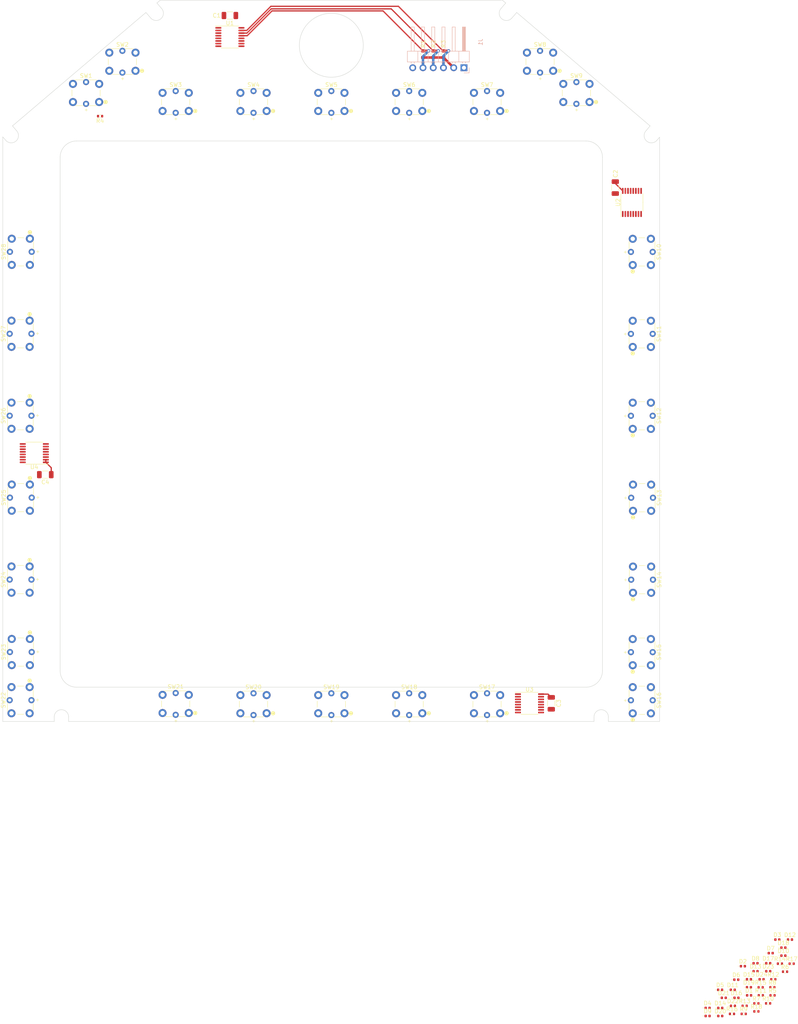
<source format=kicad_pcb>
(kicad_pcb (version 20171130) (host pcbnew "(5.1.9)-1")
  (layers (0 F.Cu signal) (31 B.Cu signal) (34 B.Paste user) (35 F.Paste user) (36 B.SilkS user) (37 F.SilkS user) (38 B.Mask user) (39 F.Mask user) (44 Edge.Cuts user))
  (net 0 "")
  (net 1 +5V)
  (net 2 SDA)
  (net 3 SCL)
  (net 4 IRQ)
  (net 5 GND)
  (net 6 "Net-(U2-Pad12)")
  (net 7 "Net-(U3-Pad12)")
  (net 8 "Net-(U4-Pad12)")
  (net 9 "Net-(D1-Pad1)")
  (net 10 "Net-(D10-Pad2)")
  (net 11 "Net-(U1-Pad12)")
  (net 12 VCC)
  (net 13 "Net-(D2-Pad1)")
  (net 14 "Net-(D3-Pad1)")
  (net 15 "Net-(D4-Pad1)")
  (net 16 "Net-(D5-Pad1)")
  (net 17 "Net-(D6-Pad1)")
  (net 18 "Net-(D7-Pad1)")
  (net 19 "Net-(D8-Pad1)")
  (net 20 "Net-(D10-Pad1)")
  (net 21 "Net-(D11-Pad1)")
  (net 22 "Net-(D12-Pad1)")
  (net 23 "Net-(D13-Pad1)")
  (net 24 "Net-(D14-Pad1)")
  (net 25 "Net-(D17-Pad1)")
  (net 26 "Net-(D18-Pad1)")
  (net 27 "Net-(D19-Pad1)")
  (net 28 "Net-(D20-Pad1)")
  (net 29 "Net-(D21-Pad1)")
  (net 30 "Net-(D22-Pad1)")
  (net 31 "Net-(D23-Pad1)")
  (net 32 "Net-(D24-Pad1)")
  (net 33 "Net-(R4-Pad2)")
  (net 34 "Net-(R5-Pad2)")
  (net 35 "Net-(R6-Pad2)")
  (net 36 "Net-(R7-Pad2)")
  (net 37 "Net-(R8-Pad2)")
  (net 38 "Net-(R9-Pad2)")
  (net 39 "Net-(R10-Pad2)")
  (net 40 "Net-(R11-Pad2)")
  (net 41 "Net-(SW1-Pad4)")
  (net 42 /U1P0)
  (net 43 /U1P1)
  (net 44 "Net-(SW2-Pad4)")
  (net 45 /U1P2)
  (net 46 /U1P3)
  (net 47 /U1P4)
  (net 48 /U2P0)
  (net 49 "Net-(SW6-Pad4)")
  (net 50 /U2P1)
  (net 51 /U2P2)
  (net 52 "Net-(SW10-Pad3)")
  (net 53 /U2P3)
  (net 54 /U2P4)
  (net 55 /U3P0)
  (net 56 /U3P1)
  (net 57 "Net-(SW12-Pad4)")
  (net 58 /U3P2)
  (net 59 /U3P3)
  (net 60 /U3P4)
  (net 61 "Net-(SW16-Pad4)")
  (net 62 /U4P0)
  (net 63 /U4P1)
  (net 64 "Net-(SW17-Pad4)")
  (net 65 /U4P2)
  (net 66 /U4P3)
  (net 67 "Net-(SW19-Pad4)")
  (net 68 /U4P4)
  (net 69 "Net-(D15-Pad1)")
  (net 70 "Net-(D16-Pad1)")
  (net 71 /U1P6)
  (net 72 /U1P5)
  (net 73 /U2P6)
  (net 74 /U2P5)
  (net 75 /U3P6)
  (net 76 /U3P5)
  (net 77 /U4P6)
  (net 78 /U4P5)
  (net 79 "Net-(SW3-Pad4)")
  (net 80 "Net-(SW5-Pad4)")
  (net 81 "Net-(SW8-Pad4)")
  (net 82 "Net-(SW10-Pad4)")
  (net 83 "Net-(SW13-Pad4)")
  (net 84 "Net-(SW15-Pad4)")
  (net 85 "Net-(SW20-Pad4)")
  (net 86 "Net-(SW22-Pad4)")
  (net 87 "Net-(SW23-Pad4)")
  (net 88 "Net-(SW24-Pad4)")
  (net 89 "Net-(SW26-Pad4)")
  (net 90 "Net-(SW27-Pad4)")
  (module Connector_PinHeader_2.54mm:PinHeader_1x06_P2.54mm_Horizontal (layer B.Cu) (at 253.610122 -216.87549 90)
    (fp_text reference J1 (at 6.35 4.12 270) (layer B.SilkS) (effects (justify mirror)))
    (fp_text value Conn_01x06)
    (pad 6 thru_hole oval (at 0 -12.7 90) (size 1.7 1.7) (drill 1) (layers *.Cu *.Mask) (net 5 GND))
    (pad 5 thru_hole oval (at 0 -10.16 90) (size 1.7 1.7) (drill 1) (layers *.Cu *.Mask) (net 4 IRQ))
    (pad 4 thru_hole oval (at 0 -7.62 90) (size 1.7 1.7) (drill 1) (layers *.Cu *.Mask) (net 3 SCL))
    (pad 3 thru_hole oval (at 0 -5.08 90) (size 1.7 1.7) (drill 1) (layers *.Cu *.Mask) (net 2 SDA))
    (pad 2 thru_hole oval (at 0 -2.54 90) (size 1.7 1.7) (drill 1) (layers *.Cu *.Mask) (net 1 +5V))
    (pad 1 thru_hole rect (at 0 0 90) (size 1.7 1.7) (drill 1) (layers *.Cu *.Mask) (net 12 VCC))
  )
  (module "KiCAD Libraries:TL1240GQ" (layer F.Cu) (at 141.469122 -167.98049 90)
    (fp_text reference SW28 (at 3.25 -2 90) (layer F.SilkS))
    (fp_text value TL1240GQ)
    (fp_text user + (at 3.3 6.4 90) (layer F.SilkS) (effects (font (size 0.8 0.8) (thickness 0.12))))
    (pad 4 thru_hole circle (at 3.25 4.95 90) (size 1.524 1.524) (drill 0.762) (layers *.Cu *.Mask) (net 12 VCC))
    (pad 3 thru_hole circle (at 3.25 -0.45 90) (size 1.524 1.524) (drill 0.762) (layers *.Cu *.Mask) (net 90 "Net-(SW27-Pad4)"))
    (pad 2 thru_hole circle (at 6.5 0 180) (size 2 2) (drill 1.1) (layers *.Cu *.Mask) (net 5 GND))
    (pad 1 thru_hole circle (at 6.5 4.5 180) (size 2 2) (drill 1.1) (layers *.Cu *.Mask) (net 77 /U4P6))
    (pad 2 thru_hole circle (at 0 0 180) (size 2 2) (drill 1.1) (layers *.Cu *.Mask) (net 5 GND))
    (pad 1 thru_hole circle (at 0 4.5 180) (size 2 2) (drill 1.1) (layers *.Cu *.Mask) (net 77 /U4P6))
  )
  (module "KiCAD Libraries:TL1240GQ" (layer F.Cu) (at 141.405622 -147.66049 90)
    (fp_text reference SW27 (at 3.25 -2 90) (layer F.SilkS))
    (fp_text value TL1240GQ)
    (fp_text user + (at 3.3 6.4 90) (layer F.SilkS) (effects (font (size 0.8 0.8) (thickness 0.12))))
    (pad 4 thru_hole circle (at 3.25 4.95 90) (size 1.524 1.524) (drill 0.762) (layers *.Cu *.Mask) (net 90 "Net-(SW27-Pad4)"))
    (pad 3 thru_hole circle (at 3.25 -0.45 90) (size 1.524 1.524) (drill 0.762) (layers *.Cu *.Mask) (net 89 "Net-(SW26-Pad4)"))
    (pad 2 thru_hole circle (at 6.5 0 180) (size 2 2) (drill 1.1) (layers *.Cu *.Mask) (net 5 GND))
    (pad 1 thru_hole circle (at 6.5 4.5 180) (size 2 2) (drill 1.1) (layers *.Cu *.Mask) (net 78 /U4P5))
    (pad 2 thru_hole circle (at 0 0 180) (size 2 2) (drill 1.1) (layers *.Cu *.Mask) (net 5 GND))
    (pad 1 thru_hole circle (at 0 4.5 180) (size 2 2) (drill 1.1) (layers *.Cu *.Mask) (net 78 /U4P5))
  )
  (module "KiCAD Libraries:TL1240GQ" (layer F.Cu) (at 141.405622 -127.34049 90)
    (fp_text reference SW26 (at 3.25 -2 90) (layer F.SilkS))
    (fp_text value TL1240GQ)
    (fp_text user + (at 3.3 6.4 90) (layer F.SilkS) (effects (font (size 0.8 0.8) (thickness 0.12))))
    (pad 4 thru_hole circle (at 3.25 4.95 90) (size 1.524 1.524) (drill 0.762) (layers *.Cu *.Mask) (net 89 "Net-(SW26-Pad4)"))
    (pad 3 thru_hole circle (at 3.25 -0.45 90) (size 1.524 1.524) (drill 0.762) (layers *.Cu *.Mask) (net 40 "Net-(R11-Pad2)"))
    (pad 2 thru_hole circle (at 6.5 0 180) (size 2 2) (drill 1.1) (layers *.Cu *.Mask) (net 5 GND))
    (pad 1 thru_hole circle (at 6.5 4.5 180) (size 2 2) (drill 1.1) (layers *.Cu *.Mask) (net 68 /U4P4))
    (pad 2 thru_hole circle (at 0 0 180) (size 2 2) (drill 1.1) (layers *.Cu *.Mask) (net 5 GND))
    (pad 1 thru_hole circle (at 0 4.5 180) (size 2 2) (drill 1.1) (layers *.Cu *.Mask) (net 68 /U4P4))
  )
  (module "KiCAD Libraries:TL1240GQ" (layer F.Cu) (at 141.469122 -107.02049 90)
    (fp_text reference SW25 (at 3.25 -2 90) (layer F.SilkS))
    (fp_text value TL1240GQ)
    (fp_text user + (at 3.3 6.4 90) (layer F.SilkS) (effects (font (size 0.8 0.8) (thickness 0.12))))
    (pad 4 thru_hole circle (at 3.25 4.95 90) (size 1.524 1.524) (drill 0.762) (layers *.Cu *.Mask) (net 12 VCC))
    (pad 3 thru_hole circle (at 3.25 -0.45 90) (size 1.524 1.524) (drill 0.762) (layers *.Cu *.Mask) (net 88 "Net-(SW24-Pad4)"))
    (pad 2 thru_hole circle (at 6.5 0 180) (size 2 2) (drill 1.1) (layers *.Cu *.Mask) (net 5 GND))
    (pad 1 thru_hole circle (at 6.5 4.5 180) (size 2 2) (drill 1.1) (layers *.Cu *.Mask) (net 66 /U4P3))
    (pad 2 thru_hole circle (at 0 0 180) (size 2 2) (drill 1.1) (layers *.Cu *.Mask) (net 5 GND))
    (pad 1 thru_hole circle (at 0 4.5 180) (size 2 2) (drill 1.1) (layers *.Cu *.Mask) (net 66 /U4P3))
  )
  (module "KiCAD Libraries:TL1240GQ" (layer F.Cu) (at 141.405622 -86.70049 90)
    (fp_text reference SW24 (at 3.25 -2 90) (layer F.SilkS))
    (fp_text value TL1240GQ)
    (fp_text user + (at 3.3 6.4 90) (layer F.SilkS) (effects (font (size 0.8 0.8) (thickness 0.12))))
    (pad 4 thru_hole circle (at 3.25 4.95 90) (size 1.524 1.524) (drill 0.762) (layers *.Cu *.Mask) (net 88 "Net-(SW24-Pad4)"))
    (pad 3 thru_hole circle (at 3.25 -0.45 90) (size 1.524 1.524) (drill 0.762) (layers *.Cu *.Mask) (net 87 "Net-(SW23-Pad4)"))
    (pad 2 thru_hole circle (at 6.5 0 180) (size 2 2) (drill 1.1) (layers *.Cu *.Mask) (net 5 GND))
    (pad 1 thru_hole circle (at 6.5 4.5 180) (size 2 2) (drill 1.1) (layers *.Cu *.Mask) (net 65 /U4P2))
    (pad 2 thru_hole circle (at 0 0 180) (size 2 2) (drill 1.1) (layers *.Cu *.Mask) (net 5 GND))
    (pad 1 thru_hole circle (at 0 4.5 180) (size 2 2) (drill 1.1) (layers *.Cu *.Mask) (net 65 /U4P2))
  )
  (module "KiCAD Libraries:TL1240GQ" (layer F.Cu) (at 141.469122 -68.72999 90)
    (fp_text reference SW23 (at 3.25 -2 90) (layer F.SilkS))
    (fp_text value TL1240GQ)
    (fp_text user + (at 3.3 6.4 90) (layer F.SilkS) (effects (font (size 0.8 0.8) (thickness 0.12))))
    (pad 4 thru_hole circle (at 3.25 4.95 90) (size 1.524 1.524) (drill 0.762) (layers *.Cu *.Mask) (net 87 "Net-(SW23-Pad4)"))
    (pad 3 thru_hole circle (at 3.25 -0.45 90) (size 1.524 1.524) (drill 0.762) (layers *.Cu *.Mask) (net 86 "Net-(SW22-Pad4)"))
    (pad 2 thru_hole circle (at 6.5 0 180) (size 2 2) (drill 1.1) (layers *.Cu *.Mask) (net 5 GND))
    (pad 1 thru_hole circle (at 6.5 4.5 180) (size 2 2) (drill 1.1) (layers *.Cu *.Mask) (net 63 /U4P1))
    (pad 2 thru_hole circle (at 0 0 180) (size 2 2) (drill 1.1) (layers *.Cu *.Mask) (net 5 GND))
    (pad 1 thru_hole circle (at 0 4.5 180) (size 2 2) (drill 1.1) (layers *.Cu *.Mask) (net 63 /U4P1))
  )
  (module "KiCAD Libraries:TL1240GQ" (layer F.Cu) (at 141.405622 -56.79199 90)
    (fp_text reference SW22 (at 3.25 -2 90) (layer F.SilkS))
    (fp_text value TL1240GQ)
    (fp_text user + (at 3.3 6.4 90) (layer F.SilkS) (effects (font (size 0.8 0.8) (thickness 0.12))))
    (pad 4 thru_hole circle (at 3.25 4.95 90) (size 1.524 1.524) (drill 0.762) (layers *.Cu *.Mask) (net 86 "Net-(SW22-Pad4)"))
    (pad 3 thru_hole circle (at 3.25 -0.45 90) (size 1.524 1.524) (drill 0.762) (layers *.Cu *.Mask) (net 39 "Net-(R10-Pad2)"))
    (pad 2 thru_hole circle (at 6.5 0 180) (size 2 2) (drill 1.1) (layers *.Cu *.Mask) (net 5 GND))
    (pad 1 thru_hole circle (at 6.5 4.5 180) (size 2 2) (drill 1.1) (layers *.Cu *.Mask) (net 62 /U4P0))
    (pad 2 thru_hole circle (at 0 0 180) (size 2 2) (drill 1.1) (layers *.Cu *.Mask) (net 5 GND))
    (pad 1 thru_hole circle (at 0 4.5 180) (size 2 2) (drill 1.1) (layers *.Cu *.Mask) (net 62 /U4P0))
  )
  (module "KiCAD Libraries:TL1240GQ" (layer F.Cu) (at 178.870622 -61.36399)
    (fp_text reference SW21 (at 3.25 -2) (layer F.SilkS))
    (fp_text value TL1240GQ)
    (fp_text user + (at 3.3 6.4) (layer F.SilkS) (effects (font (size 0.8 0.8) (thickness 0.12))))
    (pad 4 thru_hole circle (at 3.25 4.95) (size 1.524 1.524) (drill 0.762) (layers *.Cu *.Mask) (net 12 VCC))
    (pad 3 thru_hole circle (at 3.25 -0.45) (size 1.524 1.524) (drill 0.762) (layers *.Cu *.Mask) (net 85 "Net-(SW20-Pad4)"))
    (pad 2 thru_hole circle (at 6.5 0 90) (size 2 2) (drill 1.1) (layers *.Cu *.Mask) (net 5 GND))
    (pad 1 thru_hole circle (at 6.5 4.5 90) (size 2 2) (drill 1.1) (layers *.Cu *.Mask) (net 75 /U3P6))
    (pad 2 thru_hole circle (at 0 0 90) (size 2 2) (drill 1.1) (layers *.Cu *.Mask) (net 5 GND))
    (pad 1 thru_hole circle (at 0 4.5 90) (size 2 2) (drill 1.1) (layers *.Cu *.Mask) (net 75 /U3P6))
  )
  (module "KiCAD Libraries:TL1240GQ" (layer F.Cu) (at 198.174622 -61.30049)
    (fp_text reference SW20 (at 3.25 -2) (layer F.SilkS))
    (fp_text value TL1240GQ)
    (fp_text user + (at 3.3 6.4) (layer F.SilkS) (effects (font (size 0.8 0.8) (thickness 0.12))))
    (pad 4 thru_hole circle (at 3.25 4.95) (size 1.524 1.524) (drill 0.762) (layers *.Cu *.Mask) (net 85 "Net-(SW20-Pad4)"))
    (pad 3 thru_hole circle (at 3.25 -0.45) (size 1.524 1.524) (drill 0.762) (layers *.Cu *.Mask) (net 67 "Net-(SW19-Pad4)"))
    (pad 2 thru_hole circle (at 6.5 0 90) (size 2 2) (drill 1.1) (layers *.Cu *.Mask) (net 5 GND))
    (pad 1 thru_hole circle (at 6.5 4.5 90) (size 2 2) (drill 1.1) (layers *.Cu *.Mask) (net 76 /U3P5))
    (pad 2 thru_hole circle (at 0 0 90) (size 2 2) (drill 1.1) (layers *.Cu *.Mask) (net 5 GND))
    (pad 1 thru_hole circle (at 0 4.5 90) (size 2 2) (drill 1.1) (layers *.Cu *.Mask) (net 76 /U3P5))
  )
  (module "KiCAD Libraries:TL1240GQ" (layer F.Cu) (at 217.478622 -61.30049)
    (fp_text reference SW19 (at 3.25 -2) (layer F.SilkS))
    (fp_text value TL1240GQ)
    (fp_text user + (at 3.3 6.4) (layer F.SilkS) (effects (font (size 0.8 0.8) (thickness 0.12))))
    (pad 4 thru_hole circle (at 3.25 4.95) (size 1.524 1.524) (drill 0.762) (layers *.Cu *.Mask) (net 67 "Net-(SW19-Pad4)"))
    (pad 3 thru_hole circle (at 3.25 -0.45) (size 1.524 1.524) (drill 0.762) (layers *.Cu *.Mask) (net 38 "Net-(R9-Pad2)"))
    (pad 2 thru_hole circle (at 6.5 0 90) (size 2 2) (drill 1.1) (layers *.Cu *.Mask) (net 5 GND))
    (pad 1 thru_hole circle (at 6.5 4.5 90) (size 2 2) (drill 1.1) (layers *.Cu *.Mask) (net 60 /U3P4))
    (pad 2 thru_hole circle (at 0 0 90) (size 2 2) (drill 1.1) (layers *.Cu *.Mask) (net 5 GND))
    (pad 1 thru_hole circle (at 0 4.5 90) (size 2 2) (drill 1.1) (layers *.Cu *.Mask) (net 60 /U3P4))
  )
  (module "KiCAD Libraries:TL1240GQ" (layer F.Cu) (at 236.782622 -61.30049)
    (fp_text reference SW18 (at 3.25 -2) (layer F.SilkS))
    (fp_text value TL1240GQ)
    (fp_text user + (at 3.3 6.4) (layer F.SilkS) (effects (font (size 0.8 0.8) (thickness 0.12))))
    (pad 4 thru_hole circle (at 3.25 4.95) (size 1.524 1.524) (drill 0.762) (layers *.Cu *.Mask) (net 12 VCC))
    (pad 3 thru_hole circle (at 3.25 -0.45) (size 1.524 1.524) (drill 0.762) (layers *.Cu *.Mask) (net 64 "Net-(SW17-Pad4)"))
    (pad 2 thru_hole circle (at 6.5 0 90) (size 2 2) (drill 1.1) (layers *.Cu *.Mask) (net 5 GND))
    (pad 1 thru_hole circle (at 6.5 4.5 90) (size 2 2) (drill 1.1) (layers *.Cu *.Mask) (net 59 /U3P3))
    (pad 2 thru_hole circle (at 0 0 90) (size 2 2) (drill 1.1) (layers *.Cu *.Mask) (net 5 GND))
    (pad 1 thru_hole circle (at 0 4.5 90) (size 2 2) (drill 1.1) (layers *.Cu *.Mask) (net 59 /U3P3))
  )
  (module "KiCAD Libraries:TL1240GQ" (layer F.Cu) (at 256.086622 -61.30049)
    (fp_text reference SW17 (at 3.25 -2) (layer F.SilkS))
    (fp_text value TL1240GQ)
    (fp_text user + (at 3.3 6.4) (layer F.SilkS) (effects (font (size 0.8 0.8) (thickness 0.12))))
    (pad 4 thru_hole circle (at 3.25 4.95) (size 1.524 1.524) (drill 0.762) (layers *.Cu *.Mask) (net 64 "Net-(SW17-Pad4)"))
    (pad 3 thru_hole circle (at 3.25 -0.45) (size 1.524 1.524) (drill 0.762) (layers *.Cu *.Mask) (net 61 "Net-(SW16-Pad4)"))
    (pad 2 thru_hole circle (at 6.5 0 90) (size 2 2) (drill 1.1) (layers *.Cu *.Mask) (net 5 GND))
    (pad 1 thru_hole circle (at 6.5 4.5 90) (size 2 2) (drill 1.1) (layers *.Cu *.Mask) (net 58 /U3P2))
    (pad 2 thru_hole circle (at 0 0 90) (size 2 2) (drill 1.1) (layers *.Cu *.Mask) (net 5 GND))
    (pad 1 thru_hole circle (at 0 4.5 90) (size 2 2) (drill 1.1) (layers *.Cu *.Mask) (net 58 /U3P2))
  )
  (module "KiCAD Libraries:TL1240GQ" (layer F.Cu) (at 299.965122 -63.26899 270)
    (fp_text reference SW16 (at 3.25 -2 90) (layer F.SilkS))
    (fp_text value TL1240GQ)
    (fp_text user + (at 3.3 6.4 90) (layer F.SilkS) (effects (font (size 0.8 0.8) (thickness 0.12))))
    (pad 4 thru_hole circle (at 3.25 4.95 270) (size 1.524 1.524) (drill 0.762) (layers *.Cu *.Mask) (net 61 "Net-(SW16-Pad4)"))
    (pad 3 thru_hole circle (at 3.25 -0.45 270) (size 1.524 1.524) (drill 0.762) (layers *.Cu *.Mask) (net 84 "Net-(SW15-Pad4)"))
    (pad 2 thru_hole circle (at 6.5 0) (size 2 2) (drill 1.1) (layers *.Cu *.Mask) (net 5 GND))
    (pad 1 thru_hole circle (at 6.5 4.5) (size 2 2) (drill 1.1) (layers *.Cu *.Mask) (net 56 /U3P1))
    (pad 2 thru_hole circle (at 0 0) (size 2 2) (drill 1.1) (layers *.Cu *.Mask) (net 5 GND))
    (pad 1 thru_hole circle (at 0 4.5) (size 2 2) (drill 1.1) (layers *.Cu *.Mask) (net 56 /U3P1))
  )
  (module "KiCAD Libraries:TL1240GQ" (layer F.Cu) (at 299.965122 -75.20699 270)
    (fp_text reference SW15 (at 3.25 -2 90) (layer F.SilkS))
    (fp_text value TL1240GQ)
    (fp_text user + (at 3.3 6.4 90) (layer F.SilkS) (effects (font (size 0.8 0.8) (thickness 0.12))))
    (pad 4 thru_hole circle (at 3.25 4.95 270) (size 1.524 1.524) (drill 0.762) (layers *.Cu *.Mask) (net 84 "Net-(SW15-Pad4)"))
    (pad 3 thru_hole circle (at 3.25 -0.45 270) (size 1.524 1.524) (drill 0.762) (layers *.Cu *.Mask) (net 37 "Net-(R8-Pad2)"))
    (pad 2 thru_hole circle (at 6.5 0) (size 2 2) (drill 1.1) (layers *.Cu *.Mask) (net 5 GND))
    (pad 1 thru_hole circle (at 6.5 4.5) (size 2 2) (drill 1.1) (layers *.Cu *.Mask) (net 55 /U3P0))
    (pad 2 thru_hole circle (at 0 0) (size 2 2) (drill 1.1) (layers *.Cu *.Mask) (net 5 GND))
    (pad 1 thru_hole circle (at 0 4.5) (size 2 2) (drill 1.1) (layers *.Cu *.Mask) (net 55 /U3P0))
  )
  (module "KiCAD Libraries:TL1240GQ" (layer F.Cu) (at 300.028622 -93.17749 270)
    (fp_text reference SW14 (at 3.25 -2 90) (layer F.SilkS))
    (fp_text value TL1240GQ)
    (fp_text user + (at 3.3 6.4 90) (layer F.SilkS) (effects (font (size 0.8 0.8) (thickness 0.12))))
    (pad 4 thru_hole circle (at 3.25 4.95 270) (size 1.524 1.524) (drill 0.762) (layers *.Cu *.Mask) (net 12 VCC))
    (pad 3 thru_hole circle (at 3.25 -0.45 270) (size 1.524 1.524) (drill 0.762) (layers *.Cu *.Mask) (net 83 "Net-(SW13-Pad4)"))
    (pad 2 thru_hole circle (at 6.5 0) (size 2 2) (drill 1.1) (layers *.Cu *.Mask) (net 5 GND))
    (pad 1 thru_hole circle (at 6.5 4.5) (size 2 2) (drill 1.1) (layers *.Cu *.Mask) (net 73 /U2P6))
    (pad 2 thru_hole circle (at 0 0) (size 2 2) (drill 1.1) (layers *.Cu *.Mask) (net 5 GND))
    (pad 1 thru_hole circle (at 0 4.5) (size 2 2) (drill 1.1) (layers *.Cu *.Mask) (net 73 /U2P6))
  )
  (module "KiCAD Libraries:TL1240GQ" (layer F.Cu) (at 300.028622 -113.49749 270)
    (fp_text reference SW13 (at 3.25 -2 90) (layer F.SilkS))
    (fp_text value TL1240GQ)
    (fp_text user + (at 3.3 6.4 90) (layer F.SilkS) (effects (font (size 0.8 0.8) (thickness 0.12))))
    (pad 4 thru_hole circle (at 3.25 4.95 270) (size 1.524 1.524) (drill 0.762) (layers *.Cu *.Mask) (net 83 "Net-(SW13-Pad4)"))
    (pad 3 thru_hole circle (at 3.25 -0.45 270) (size 1.524 1.524) (drill 0.762) (layers *.Cu *.Mask) (net 57 "Net-(SW12-Pad4)"))
    (pad 2 thru_hole circle (at 6.5 0) (size 2 2) (drill 1.1) (layers *.Cu *.Mask) (net 5 GND))
    (pad 1 thru_hole circle (at 6.5 4.5) (size 2 2) (drill 1.1) (layers *.Cu *.Mask) (net 74 /U2P5))
    (pad 2 thru_hole circle (at 0 0) (size 2 2) (drill 1.1) (layers *.Cu *.Mask) (net 5 GND))
    (pad 1 thru_hole circle (at 0 4.5) (size 2 2) (drill 1.1) (layers *.Cu *.Mask) (net 74 /U2P5))
  )
  (module "KiCAD Libraries:TL1240GQ" (layer F.Cu) (at 299.965122 -133.81749 270)
    (fp_text reference SW12 (at 3.25 -2 90) (layer F.SilkS))
    (fp_text value TL1240GQ)
    (fp_text user + (at 3.3 6.4 90) (layer F.SilkS) (effects (font (size 0.8 0.8) (thickness 0.12))))
    (pad 4 thru_hole circle (at 3.25 4.95 270) (size 1.524 1.524) (drill 0.762) (layers *.Cu *.Mask) (net 57 "Net-(SW12-Pad4)"))
    (pad 3 thru_hole circle (at 3.25 -0.45 270) (size 1.524 1.524) (drill 0.762) (layers *.Cu *.Mask) (net 36 "Net-(R7-Pad2)"))
    (pad 2 thru_hole circle (at 6.5 0) (size 2 2) (drill 1.1) (layers *.Cu *.Mask) (net 5 GND))
    (pad 1 thru_hole circle (at 6.5 4.5) (size 2 2) (drill 1.1) (layers *.Cu *.Mask) (net 54 /U2P4))
    (pad 2 thru_hole circle (at 0 0) (size 2 2) (drill 1.1) (layers *.Cu *.Mask) (net 5 GND))
    (pad 1 thru_hole circle (at 0 4.5) (size 2 2) (drill 1.1) (layers *.Cu *.Mask) (net 54 /U2P4))
  )
  (module "KiCAD Libraries:TL1240GQ" (layer F.Cu) (at 299.965122 -154.13749 270)
    (fp_text reference SW11 (at 3.25 -2 90) (layer F.SilkS))
    (fp_text value TL1240GQ)
    (fp_text user + (at 3.3 6.4 90) (layer F.SilkS) (effects (font (size 0.8 0.8) (thickness 0.12))))
    (pad 4 thru_hole circle (at 3.25 4.95 270) (size 1.524 1.524) (drill 0.762) (layers *.Cu *.Mask) (net 12 VCC))
    (pad 3 thru_hole circle (at 3.25 -0.45 270) (size 1.524 1.524) (drill 0.762) (layers *.Cu *.Mask) (net 82 "Net-(SW10-Pad4)"))
    (pad 2 thru_hole circle (at 6.5 0) (size 2 2) (drill 1.1) (layers *.Cu *.Mask) (net 5 GND))
    (pad 1 thru_hole circle (at 6.5 4.5) (size 2 2) (drill 1.1) (layers *.Cu *.Mask) (net 53 /U2P3))
    (pad 2 thru_hole circle (at 0 0) (size 2 2) (drill 1.1) (layers *.Cu *.Mask) (net 5 GND))
    (pad 1 thru_hole circle (at 0 4.5) (size 2 2) (drill 1.1) (layers *.Cu *.Mask) (net 53 /U2P3))
  )
  (module "KiCAD Libraries:TL1240GQ" (layer F.Cu) (at 299.965122 -174.45749 270)
    (fp_text reference SW10 (at 3.25 -2 90) (layer F.SilkS))
    (fp_text value TL1240GQ)
    (fp_text user + (at 3.3 6.4 90) (layer F.SilkS) (effects (font (size 0.8 0.8) (thickness 0.12))))
    (pad 4 thru_hole circle (at 3.25 4.95 270) (size 1.524 1.524) (drill 0.762) (layers *.Cu *.Mask) (net 82 "Net-(SW10-Pad4)"))
    (pad 3 thru_hole circle (at 3.25 -0.45 270) (size 1.524 1.524) (drill 0.762) (layers *.Cu *.Mask) (net 52 "Net-(SW10-Pad3)"))
    (pad 2 thru_hole circle (at 6.5 0) (size 2 2) (drill 1.1) (layers *.Cu *.Mask) (net 5 GND))
    (pad 1 thru_hole circle (at 6.5 4.5) (size 2 2) (drill 1.1) (layers *.Cu *.Mask) (net 51 /U2P2))
    (pad 2 thru_hole circle (at 0 0) (size 2 2) (drill 1.1) (layers *.Cu *.Mask) (net 5 GND))
    (pad 1 thru_hole circle (at 0 4.5) (size 2 2) (drill 1.1) (layers *.Cu *.Mask) (net 51 /U2P2))
  )
  (module "KiCAD Libraries:TL1240GQ" (layer F.Cu) (at 278.248122 -212.87499)
    (fp_text reference SW9 (at 3.25 -2) (layer F.SilkS))
    (fp_text value TL1240GQ)
    (fp_text user + (at 3.3 6.4) (layer F.SilkS) (effects (font (size 0.8 0.8) (thickness 0.12))))
    (pad 4 thru_hole circle (at 3.25 4.95) (size 1.524 1.524) (drill 0.762) (layers *.Cu *.Mask) (net 52 "Net-(SW10-Pad3)"))
    (pad 3 thru_hole circle (at 3.25 -0.45) (size 1.524 1.524) (drill 0.762) (layers *.Cu *.Mask) (net 81 "Net-(SW8-Pad4)"))
    (pad 2 thru_hole circle (at 6.5 0 90) (size 2 2) (drill 1.1) (layers *.Cu *.Mask) (net 5 GND))
    (pad 1 thru_hole circle (at 6.5 4.5 90) (size 2 2) (drill 1.1) (layers *.Cu *.Mask) (net 50 /U2P1))
    (pad 2 thru_hole circle (at 0 0 90) (size 2 2) (drill 1.1) (layers *.Cu *.Mask) (net 5 GND))
    (pad 1 thru_hole circle (at 0 4.5 90) (size 2 2) (drill 1.1) (layers *.Cu *.Mask) (net 50 /U2P1))
  )
  (module "KiCAD Libraries:TL1240GQ" (layer F.Cu) (at 269.231122 -220.62199)
    (fp_text reference SW8 (at 3.25 -2) (layer F.SilkS))
    (fp_text value TL1240GQ)
    (fp_text user + (at 3.3 6.4) (layer F.SilkS) (effects (font (size 0.8 0.8) (thickness 0.12))))
    (pad 4 thru_hole circle (at 3.25 4.95) (size 1.524 1.524) (drill 0.762) (layers *.Cu *.Mask) (net 81 "Net-(SW8-Pad4)"))
    (pad 3 thru_hole circle (at 3.25 -0.45) (size 1.524 1.524) (drill 0.762) (layers *.Cu *.Mask) (net 35 "Net-(R6-Pad2)"))
    (pad 2 thru_hole circle (at 6.5 0 90) (size 2 2) (drill 1.1) (layers *.Cu *.Mask) (net 5 GND))
    (pad 1 thru_hole circle (at 6.5 4.5 90) (size 2 2) (drill 1.1) (layers *.Cu *.Mask) (net 48 /U2P0))
    (pad 2 thru_hole circle (at 0 0 90) (size 2 2) (drill 1.1) (layers *.Cu *.Mask) (net 5 GND))
    (pad 1 thru_hole circle (at 0 4.5 90) (size 2 2) (drill 1.1) (layers *.Cu *.Mask) (net 48 /U2P0))
  )
  (module "KiCAD Libraries:TL1240GQ" (layer F.Cu) (at 256.086622 -210.65249)
    (fp_text reference SW7 (at 3.25 -2) (layer F.SilkS))
    (fp_text value TL1240GQ)
    (fp_text user + (at 3.3 6.4) (layer F.SilkS) (effects (font (size 0.8 0.8) (thickness 0.12))))
    (pad 4 thru_hole circle (at 3.25 4.95) (size 1.524 1.524) (drill 0.762) (layers *.Cu *.Mask) (net 12 VCC))
    (pad 3 thru_hole circle (at 3.25 -0.45) (size 1.524 1.524) (drill 0.762) (layers *.Cu *.Mask) (net 49 "Net-(SW6-Pad4)"))
    (pad 2 thru_hole circle (at 6.5 0 90) (size 2 2) (drill 1.1) (layers *.Cu *.Mask) (net 5 GND))
    (pad 1 thru_hole circle (at 6.5 4.5 90) (size 2 2) (drill 1.1) (layers *.Cu *.Mask) (net 71 /U1P6))
    (pad 2 thru_hole circle (at 0 0 90) (size 2 2) (drill 1.1) (layers *.Cu *.Mask) (net 5 GND))
    (pad 1 thru_hole circle (at 0 4.5 90) (size 2 2) (drill 1.1) (layers *.Cu *.Mask) (net 71 /U1P6))
  )
  (module "KiCAD Libraries:TL1240GQ" (layer F.Cu) (at 236.782622 -210.65249)
    (fp_text reference SW6 (at 3.25 -2) (layer F.SilkS))
    (fp_text value TL1240GQ)
    (fp_text user + (at 3.3 6.4) (layer F.SilkS) (effects (font (size 0.8 0.8) (thickness 0.12))))
    (pad 4 thru_hole circle (at 3.25 4.95) (size 1.524 1.524) (drill 0.762) (layers *.Cu *.Mask) (net 49 "Net-(SW6-Pad4)"))
    (pad 3 thru_hole circle (at 3.25 -0.45) (size 1.524 1.524) (drill 0.762) (layers *.Cu *.Mask) (net 80 "Net-(SW5-Pad4)"))
    (pad 2 thru_hole circle (at 6.5 0 90) (size 2 2) (drill 1.1) (layers *.Cu *.Mask) (net 5 GND))
    (pad 1 thru_hole circle (at 6.5 4.5 90) (size 2 2) (drill 1.1) (layers *.Cu *.Mask) (net 72 /U1P5))
    (pad 2 thru_hole circle (at 0 0 90) (size 2 2) (drill 1.1) (layers *.Cu *.Mask) (net 5 GND))
    (pad 1 thru_hole circle (at 0 4.5 90) (size 2 2) (drill 1.1) (layers *.Cu *.Mask) (net 72 /U1P5))
  )
  (module "KiCAD Libraries:TL1240GQ" (layer F.Cu) (at 217.478622 -210.65249)
    (fp_text reference SW5 (at 3.25 -2) (layer F.SilkS))
    (fp_text value TL1240GQ)
    (fp_text user + (at 3.3 6.4) (layer F.SilkS) (effects (font (size 0.8 0.8) (thickness 0.12))))
    (pad 4 thru_hole circle (at 3.25 4.95) (size 1.524 1.524) (drill 0.762) (layers *.Cu *.Mask) (net 80 "Net-(SW5-Pad4)"))
    (pad 3 thru_hole circle (at 3.25 -0.45) (size 1.524 1.524) (drill 0.762) (layers *.Cu *.Mask) (net 34 "Net-(R5-Pad2)"))
    (pad 2 thru_hole circle (at 6.5 0 90) (size 2 2) (drill 1.1) (layers *.Cu *.Mask) (net 5 GND))
    (pad 1 thru_hole circle (at 6.5 4.5 90) (size 2 2) (drill 1.1) (layers *.Cu *.Mask) (net 47 /U1P4))
    (pad 2 thru_hole circle (at 0 0 90) (size 2 2) (drill 1.1) (layers *.Cu *.Mask) (net 5 GND))
    (pad 1 thru_hole circle (at 0 4.5 90) (size 2 2) (drill 1.1) (layers *.Cu *.Mask) (net 47 /U1P4))
  )
  (module "KiCAD Libraries:TL1240GQ" (layer F.Cu) (at 198.174622 -210.65249)
    (fp_text reference SW4 (at 3.25 -2) (layer F.SilkS))
    (fp_text value TL1240GQ)
    (fp_text user + (at 3.3 6.4) (layer F.SilkS) (effects (font (size 0.8 0.8) (thickness 0.12))))
    (pad 4 thru_hole circle (at 3.25 4.95) (size 1.524 1.524) (drill 0.762) (layers *.Cu *.Mask) (net 12 VCC))
    (pad 3 thru_hole circle (at 3.25 -0.45) (size 1.524 1.524) (drill 0.762) (layers *.Cu *.Mask) (net 79 "Net-(SW3-Pad4)"))
    (pad 2 thru_hole circle (at 6.5 0 90) (size 2 2) (drill 1.1) (layers *.Cu *.Mask) (net 5 GND))
    (pad 1 thru_hole circle (at 6.5 4.5 90) (size 2 2) (drill 1.1) (layers *.Cu *.Mask) (net 46 /U1P3))
    (pad 2 thru_hole circle (at 0 0 90) (size 2 2) (drill 1.1) (layers *.Cu *.Mask) (net 5 GND))
    (pad 1 thru_hole circle (at 0 4.5 90) (size 2 2) (drill 1.1) (layers *.Cu *.Mask) (net 46 /U1P3))
  )
  (module "KiCAD Libraries:TL1240GQ" (layer F.Cu) (at 178.870622 -210.65249)
    (fp_text reference SW3 (at 3.25 -2) (layer F.SilkS))
    (fp_text value TL1240GQ)
    (fp_text user + (at 3.3 6.4) (layer F.SilkS) (effects (font (size 0.8 0.8) (thickness 0.12))))
    (pad 4 thru_hole circle (at 3.25 4.95) (size 1.524 1.524) (drill 0.762) (layers *.Cu *.Mask) (net 79 "Net-(SW3-Pad4)"))
    (pad 3 thru_hole circle (at 3.25 -0.45) (size 1.524 1.524) (drill 0.762) (layers *.Cu *.Mask) (net 44 "Net-(SW2-Pad4)"))
    (pad 2 thru_hole circle (at 6.5 0 90) (size 2 2) (drill 1.1) (layers *.Cu *.Mask) (net 5 GND))
    (pad 1 thru_hole circle (at 6.5 4.5 90) (size 2 2) (drill 1.1) (layers *.Cu *.Mask) (net 45 /U1P2))
    (pad 2 thru_hole circle (at 0 0 90) (size 2 2) (drill 1.1) (layers *.Cu *.Mask) (net 5 GND))
    (pad 1 thru_hole circle (at 0 4.5 90) (size 2 2) (drill 1.1) (layers *.Cu *.Mask) (net 45 /U1P2))
  )
  (module "KiCAD Libraries:TL1240GQ" (layer F.Cu) (at 165.662622 -220.62199)
    (fp_text reference SW2 (at 3.25 -2) (layer F.SilkS))
    (fp_text value TL1240GQ)
    (fp_text user + (at 3.3 6.4) (layer F.SilkS) (effects (font (size 0.8 0.8) (thickness 0.12))))
    (pad 4 thru_hole circle (at 3.25 4.95) (size 1.524 1.524) (drill 0.762) (layers *.Cu *.Mask) (net 44 "Net-(SW2-Pad4)"))
    (pad 3 thru_hole circle (at 3.25 -0.45) (size 1.524 1.524) (drill 0.762) (layers *.Cu *.Mask) (net 41 "Net-(SW1-Pad4)"))
    (pad 2 thru_hole circle (at 6.5 0 90) (size 2 2) (drill 1.1) (layers *.Cu *.Mask) (net 5 GND))
    (pad 1 thru_hole circle (at 6.5 4.5 90) (size 2 2) (drill 1.1) (layers *.Cu *.Mask) (net 43 /U1P1))
    (pad 2 thru_hole circle (at 0 0 90) (size 2 2) (drill 1.1) (layers *.Cu *.Mask) (net 5 GND))
    (pad 1 thru_hole circle (at 0 4.5 90) (size 2 2) (drill 1.1) (layers *.Cu *.Mask) (net 43 /U1P1))
  )
  (module "KiCAD Libraries:TL1240GQ" (layer F.Cu) (at 156.645622 -212.87499)
    (fp_text reference SW1 (at 3.25 -2) (layer F.SilkS))
    (fp_text value TL1240GQ)
    (fp_text user + (at 3.3 6.4) (layer F.SilkS) (effects (font (size 0.8 0.8) (thickness 0.12))))
    (pad 4 thru_hole circle (at 3.25 4.95) (size 1.524 1.524) (drill 0.762) (layers *.Cu *.Mask) (net 41 "Net-(SW1-Pad4)"))
    (pad 3 thru_hole circle (at 3.25 -0.45) (size 1.524 1.524) (drill 0.762) (layers *.Cu *.Mask) (net 33 "Net-(R4-Pad2)"))
    (pad 2 thru_hole circle (at 6.5 0 90) (size 2 2) (drill 1.1) (layers *.Cu *.Mask) (net 5 GND))
    (pad 1 thru_hole circle (at 6.5 4.5 90) (size 2 2) (drill 1.1) (layers *.Cu *.Mask) (net 42 /U1P0))
    (pad 2 thru_hole circle (at 0 0 90) (size 2 2) (drill 1.1) (layers *.Cu *.Mask) (net 5 GND))
    (pad 1 thru_hole circle (at 0 4.5 90) (size 2 2) (drill 1.1) (layers *.Cu *.Mask) (net 42 /U1P0))
  )
  (module Package_SO:TSSOP-16_4.4x5mm_P0.65mm (layer F.Cu) (at 147.057122 -121.30799 180)
    (fp_text reference U4 (at 0 -3.45) (layer F.SilkS))
    (fp_text value TCA9554PWR)
    (pad 16 smd roundrect (at 2.8625 -2.275 180) (size 1.475 0.4) (layers F.Cu F.Paste F.Mask) (net 1 +5V))
    (pad 15 smd roundrect (at 2.8625 -1.625 180) (size 1.475 0.4) (layers F.Cu F.Paste F.Mask) (net 2 SDA))
    (pad 14 smd roundrect (at 2.8625 -0.975 180) (size 1.475 0.4) (layers F.Cu F.Paste F.Mask) (net 3 SCL))
    (pad 13 smd roundrect (at 2.8625 -0.325 180) (size 1.475 0.4) (layers F.Cu F.Paste F.Mask) (net 4 IRQ))
    (pad 12 smd roundrect (at 2.8625 0.325 180) (size 1.475 0.4) (layers F.Cu F.Paste F.Mask) (net 8 "Net-(U4-Pad12)"))
    (pad 11 smd roundrect (at 2.8625 0.975 180) (size 1.475 0.4) (layers F.Cu F.Paste F.Mask) (net 77 /U4P6))
    (pad 10 smd roundrect (at 2.8625 1.625 180) (size 1.475 0.4) (layers F.Cu F.Paste F.Mask) (net 78 /U4P5))
    (pad 9 smd roundrect (at 2.8625 2.275 180) (size 1.475 0.4) (layers F.Cu F.Paste F.Mask) (net 68 /U4P4))
    (pad 8 smd roundrect (at -2.8625 2.275 180) (size 1.475 0.4) (layers F.Cu F.Paste F.Mask) (net 5 GND))
    (pad 7 smd roundrect (at -2.8625 1.625 180) (size 1.475 0.4) (layers F.Cu F.Paste F.Mask) (net 66 /U4P3))
    (pad 6 smd roundrect (at -2.8625 0.975 180) (size 1.475 0.4) (layers F.Cu F.Paste F.Mask) (net 65 /U4P2))
    (pad 5 smd roundrect (at -2.8625 0.325 180) (size 1.475 0.4) (layers F.Cu F.Paste F.Mask) (net 63 /U4P1))
    (pad 4 smd roundrect (at -2.8625 -0.325 180) (size 1.475 0.4) (layers F.Cu F.Paste F.Mask) (net 62 /U4P0))
    (pad 3 smd roundrect (at -2.8625 -0.975 180) (size 1.475 0.4) (layers F.Cu F.Paste F.Mask) (net 5 GND))
    (pad 2 smd roundrect (at -2.8625 -1.625 180) (size 1.475 0.4) (layers F.Cu F.Paste F.Mask) (net 1 +5V))
    (pad 1 smd roundrect (at -2.8625 -2.275 180) (size 1.475 0.4) (layers F.Cu F.Paste F.Mask) (net 1 +5V))
  )
  (module Package_SO:TSSOP-16_4.4x5mm_P0.65mm (layer F.Cu) (at 269.866122 -59.26849)
    (fp_text reference U3 (at 0 -3.45) (layer F.SilkS))
    (fp_text value TCA9554PWR)
    (pad 16 smd roundrect (at 2.8625 -2.275) (size 1.475 0.4) (layers F.Cu F.Paste F.Mask) (net 1 +5V))
    (pad 15 smd roundrect (at 2.8625 -1.625) (size 1.475 0.4) (layers F.Cu F.Paste F.Mask) (net 2 SDA))
    (pad 14 smd roundrect (at 2.8625 -0.975) (size 1.475 0.4) (layers F.Cu F.Paste F.Mask) (net 3 SCL))
    (pad 13 smd roundrect (at 2.8625 -0.325) (size 1.475 0.4) (layers F.Cu F.Paste F.Mask) (net 4 IRQ))
    (pad 12 smd roundrect (at 2.8625 0.325) (size 1.475 0.4) (layers F.Cu F.Paste F.Mask) (net 7 "Net-(U3-Pad12)"))
    (pad 11 smd roundrect (at 2.8625 0.975) (size 1.475 0.4) (layers F.Cu F.Paste F.Mask) (net 75 /U3P6))
    (pad 10 smd roundrect (at 2.8625 1.625) (size 1.475 0.4) (layers F.Cu F.Paste F.Mask) (net 76 /U3P5))
    (pad 9 smd roundrect (at 2.8625 2.275) (size 1.475 0.4) (layers F.Cu F.Paste F.Mask) (net 60 /U3P4))
    (pad 8 smd roundrect (at -2.8625 2.275) (size 1.475 0.4) (layers F.Cu F.Paste F.Mask) (net 5 GND))
    (pad 7 smd roundrect (at -2.8625 1.625) (size 1.475 0.4) (layers F.Cu F.Paste F.Mask) (net 59 /U3P3))
    (pad 6 smd roundrect (at -2.8625 0.975) (size 1.475 0.4) (layers F.Cu F.Paste F.Mask) (net 58 /U3P2))
    (pad 5 smd roundrect (at -2.8625 0.325) (size 1.475 0.4) (layers F.Cu F.Paste F.Mask) (net 56 /U3P1))
    (pad 4 smd roundrect (at -2.8625 -0.325) (size 1.475 0.4) (layers F.Cu F.Paste F.Mask) (net 55 /U3P0))
    (pad 3 smd roundrect (at -2.8625 -0.975) (size 1.475 0.4) (layers F.Cu F.Paste F.Mask) (net 5 GND))
    (pad 2 smd roundrect (at -2.8625 -1.625) (size 1.475 0.4) (layers F.Cu F.Paste F.Mask) (net 5 GND))
    (pad 1 smd roundrect (at -2.8625 -2.275) (size 1.475 0.4) (layers F.Cu F.Paste F.Mask) (net 1 +5V))
  )
  (module Package_SO:TSSOP-16_4.4x5mm_P0.65mm (layer F.Cu) (at 295.266122 -183.47449 90)
    (fp_text reference U2 (at 0 -3.45 90) (layer F.SilkS))
    (fp_text value TCA9554PWR)
    (pad 16 smd roundrect (at 2.8625 -2.275 90) (size 1.475 0.4) (layers F.Cu F.Paste F.Mask) (net 1 +5V))
    (pad 15 smd roundrect (at 2.8625 -1.625 90) (size 1.475 0.4) (layers F.Cu F.Paste F.Mask) (net 2 SDA))
    (pad 14 smd roundrect (at 2.8625 -0.975 90) (size 1.475 0.4) (layers F.Cu F.Paste F.Mask) (net 3 SCL))
    (pad 13 smd roundrect (at 2.8625 -0.325 90) (size 1.475 0.4) (layers F.Cu F.Paste F.Mask) (net 4 IRQ))
    (pad 12 smd roundrect (at 2.8625 0.325 90) (size 1.475 0.4) (layers F.Cu F.Paste F.Mask) (net 6 "Net-(U2-Pad12)"))
    (pad 11 smd roundrect (at 2.8625 0.975 90) (size 1.475 0.4) (layers F.Cu F.Paste F.Mask) (net 73 /U2P6))
    (pad 10 smd roundrect (at 2.8625 1.625 90) (size 1.475 0.4) (layers F.Cu F.Paste F.Mask) (net 74 /U2P5))
    (pad 9 smd roundrect (at 2.8625 2.275 90) (size 1.475 0.4) (layers F.Cu F.Paste F.Mask) (net 54 /U2P4))
    (pad 8 smd roundrect (at -2.8625 2.275 90) (size 1.475 0.4) (layers F.Cu F.Paste F.Mask) (net 5 GND))
    (pad 7 smd roundrect (at -2.8625 1.625 90) (size 1.475 0.4) (layers F.Cu F.Paste F.Mask) (net 53 /U2P3))
    (pad 6 smd roundrect (at -2.8625 0.975 90) (size 1.475 0.4) (layers F.Cu F.Paste F.Mask) (net 51 /U2P2))
    (pad 5 smd roundrect (at -2.8625 0.325 90) (size 1.475 0.4) (layers F.Cu F.Paste F.Mask) (net 50 /U2P1))
    (pad 4 smd roundrect (at -2.8625 -0.325 90) (size 1.475 0.4) (layers F.Cu F.Paste F.Mask) (net 48 /U2P0))
    (pad 3 smd roundrect (at -2.8625 -0.975 90) (size 1.475 0.4) (layers F.Cu F.Paste F.Mask) (net 5 GND))
    (pad 2 smd roundrect (at -2.8625 -1.625 90) (size 1.475 0.4) (layers F.Cu F.Paste F.Mask) (net 1 +5V))
    (pad 1 smd roundrect (at -2.8625 -2.275 90) (size 1.475 0.4) (layers F.Cu F.Paste F.Mask) (net 5 GND))
  )
  (module Package_SO:TSSOP-16_4.4x5mm_P0.65mm (layer F.Cu) (at 195.571122 -224.49549)
    (fp_text reference U1 (at 0 -3.45) (layer F.SilkS))
    (fp_text value TCA9554PWR)
    (pad 16 smd roundrect (at 2.8625 -2.275) (size 1.475 0.4) (layers F.Cu F.Paste F.Mask) (net 1 +5V))
    (pad 15 smd roundrect (at 2.8625 -1.625) (size 1.475 0.4) (layers F.Cu F.Paste F.Mask) (net 2 SDA))
    (pad 14 smd roundrect (at 2.8625 -0.975) (size 1.475 0.4) (layers F.Cu F.Paste F.Mask) (net 3 SCL))
    (pad 13 smd roundrect (at 2.8625 -0.325) (size 1.475 0.4) (layers F.Cu F.Paste F.Mask) (net 4 IRQ))
    (pad 12 smd roundrect (at 2.8625 0.325) (size 1.475 0.4) (layers F.Cu F.Paste F.Mask) (net 11 "Net-(U1-Pad12)"))
    (pad 11 smd roundrect (at 2.8625 0.975) (size 1.475 0.4) (layers F.Cu F.Paste F.Mask) (net 71 /U1P6))
    (pad 10 smd roundrect (at 2.8625 1.625) (size 1.475 0.4) (layers F.Cu F.Paste F.Mask) (net 72 /U1P5))
    (pad 9 smd roundrect (at 2.8625 2.275) (size 1.475 0.4) (layers F.Cu F.Paste F.Mask) (net 47 /U1P4))
    (pad 8 smd roundrect (at -2.8625 2.275) (size 1.475 0.4) (layers F.Cu F.Paste F.Mask) (net 5 GND))
    (pad 7 smd roundrect (at -2.8625 1.625) (size 1.475 0.4) (layers F.Cu F.Paste F.Mask) (net 46 /U1P3))
    (pad 6 smd roundrect (at -2.8625 0.975) (size 1.475 0.4) (layers F.Cu F.Paste F.Mask) (net 45 /U1P2))
    (pad 5 smd roundrect (at -2.8625 0.325) (size 1.475 0.4) (layers F.Cu F.Paste F.Mask) (net 43 /U1P1))
    (pad 4 smd roundrect (at -2.8625 -0.325) (size 1.475 0.4) (layers F.Cu F.Paste F.Mask) (net 42 /U1P0))
    (pad 3 smd roundrect (at -2.8625 -0.975) (size 1.475 0.4) (layers F.Cu F.Paste F.Mask) (net 5 GND))
    (pad 2 smd roundrect (at -2.8625 -1.625) (size 1.475 0.4) (layers F.Cu F.Paste F.Mask) (net 5 GND))
    (pad 1 smd roundrect (at -2.8625 -2.275) (size 1.475 0.4) (layers F.Cu F.Paste F.Mask) (net 5 GND))
  )
  (module Resistor_SMD:R_0402_1005Metric (layer F.Cu) (at 326.126123 17.129011)
    (fp_text reference R18 (at 0 -1.17) (layer F.SilkS))
    (fp_text value 33)
    (pad 2 smd roundrect (at 0.51 0) (size 0.54 0.64) (layers F.Cu F.Paste F.Mask) (net 5 GND))
    (pad 1 smd roundrect (at -0.51 0) (size 0.54 0.64) (layers F.Cu F.Paste F.Mask) (net 32 "Net-(D24-Pad1)"))
  )
  (module Resistor_SMD:R_0402_1005Metric (layer F.Cu) (at 334.876123 5.299011)
    (fp_text reference R17 (at 0 -1.17) (layer F.SilkS))
    (fp_text value 33)
    (pad 2 smd roundrect (at 0.51 0) (size 0.54 0.64) (layers F.Cu F.Paste F.Mask) (net 5 GND))
    (pad 1 smd roundrect (at -0.51 0) (size 0.54 0.64) (layers F.Cu F.Paste F.Mask) (net 28 "Net-(D20-Pad1)"))
  )
  (module Resistor_SMD:R_0402_1005Metric (layer F.Cu) (at 320.076123 17.749011)
    (fp_text reference R16 (at 0 -1.17) (layer F.SilkS))
    (fp_text value 150)
    (pad 2 smd roundrect (at 0.51 0) (size 0.54 0.64) (layers F.Cu F.Paste F.Mask) (net 5 GND))
    (pad 1 smd roundrect (at -0.51 0) (size 0.54 0.64) (layers F.Cu F.Paste F.Mask) (net 70 "Net-(D16-Pad1)"))
  )
  (module Resistor_SMD:R_0402_1005Metric (layer F.Cu) (at 327.186123 11.159011)
    (fp_text reference R15 (at 0 -1.17) (layer F.SilkS))
    (fp_text value 150)
    (pad 2 smd roundrect (at 0.51 0) (size 0.54 0.64) (layers F.Cu F.Paste F.Mask) (net 5 GND))
    (pad 1 smd roundrect (at -0.51 0) (size 0.54 0.64) (layers F.Cu F.Paste F.Mask) (net 23 "Net-(D13-Pad1)"))
  )
  (module Resistor_SMD:R_0402_1005Metric (layer F.Cu) (at 331.966123 5.299011)
    (fp_text reference R14 (at 0 -1.17) (layer F.SilkS))
    (fp_text value 270)
    (pad 2 smd roundrect (at 0.51 0) (size 0.54 0.64) (layers F.Cu F.Paste F.Mask) (net 5 GND))
    (pad 1 smd roundrect (at -0.51 0) (size 0.54 0.64) (layers F.Cu F.Paste F.Mask) (net 20 "Net-(D10-Pad1)"))
  )
  (module Resistor_SMD:R_0402_1005Metric (layer F.Cu) (at 323.216123 15.759011)
    (fp_text reference R13 (at 0 -1.17) (layer F.SilkS))
    (fp_text value 33)
    (pad 2 smd roundrect (at 0.51 0) (size 0.54 0.64) (layers F.Cu F.Paste F.Mask) (net 5 GND))
    (pad 1 smd roundrect (at -0.51 0) (size 0.54 0.64) (layers F.Cu F.Paste F.Mask) (net 19 "Net-(D8-Pad1)"))
  )
  (module Resistor_SMD:R_0402_1005Metric (layer F.Cu) (at 330.326123 9.169011)
    (fp_text reference R12 (at 0 -1.17) (layer F.SilkS))
    (fp_text value 33)
    (pad 2 smd roundrect (at 0.51 0) (size 0.54 0.64) (layers F.Cu F.Paste F.Mask) (net 5 GND))
    (pad 1 smd roundrect (at -0.51 0) (size 0.54 0.64) (layers F.Cu F.Paste F.Mask) (net 15 "Net-(D4-Pad1)"))
  )
  (module Resistor_SMD:R_0402_1005Metric (layer F.Cu) (at 327.226123 13.149011)
    (fp_text reference R11 (at 0 -1.17) (layer F.SilkS))
    (fp_text value 150)
    (pad 2 smd roundrect (at 0.51 0) (size 0.54 0.64) (layers F.Cu F.Paste F.Mask) (net 40 "Net-(R11-Pad2)"))
    (pad 1 smd roundrect (at -0.51 0) (size 0.54 0.64) (layers F.Cu F.Paste F.Mask) (net 5 GND))
  )
  (module Resistor_SMD:R_0402_1005Metric (layer F.Cu) (at 329.036123 15.139011)
    (fp_text reference R10 (at 0 -1.17) (layer F.SilkS))
    (fp_text value 33)
    (pad 2 smd roundrect (at 0.51 0) (size 0.54 0.64) (layers F.Cu F.Paste F.Mask) (net 39 "Net-(R10-Pad2)"))
    (pad 1 smd roundrect (at -0.51 0) (size 0.54 0.64) (layers F.Cu F.Paste F.Mask) (net 5 GND))
  )
  (module Resistor_SMD:R_0402_1005Metric (layer F.Cu) (at 322.986123 17.749011)
    (fp_text reference R9 (at 0 -1.17) (layer F.SilkS))
    (fp_text value 150)
    (pad 2 smd roundrect (at 0.51 0) (size 0.54 0.64) (layers F.Cu F.Paste F.Mask) (net 38 "Net-(R9-Pad2)"))
    (pad 1 smd roundrect (at -0.51 0) (size 0.54 0.64) (layers F.Cu F.Paste F.Mask) (net 5 GND))
  )
  (module Resistor_SMD:R_0402_1005Metric (layer F.Cu) (at 330.096123 11.159011)
    (fp_text reference R8 (at 0 -1.17) (layer F.SilkS))
    (fp_text value 33)
    (pad 2 smd roundrect (at 0.51 0) (size 0.54 0.64) (layers F.Cu F.Paste F.Mask) (net 37 "Net-(R8-Pad2)"))
    (pad 1 smd roundrect (at -0.51 0) (size 0.54 0.64) (layers F.Cu F.Paste F.Mask) (net 5 GND))
  )
  (module Resistor_SMD:R_0402_1005Metric (layer F.Cu) (at 326.126123 15.139011)
    (fp_text reference R7 (at 0 -1.17) (layer F.SilkS))
    (fp_text value 150)
    (pad 2 smd roundrect (at 0.51 0) (size 0.54 0.64) (layers F.Cu F.Paste F.Mask) (net 36 "Net-(R7-Pad2)"))
    (pad 1 smd roundrect (at -0.51 0) (size 0.54 0.64) (layers F.Cu F.Paste F.Mask) (net 5 GND))
  )
  (module Resistor_SMD:R_0402_1005Metric (layer F.Cu) (at 333.236123 7.289011)
    (fp_text reference R6 (at 0 -1.17) (layer F.SilkS))
    (fp_text value 33)
    (pad 2 smd roundrect (at 0.51 0) (size 0.54 0.64) (layers F.Cu F.Paste F.Mask) (net 35 "Net-(R6-Pad2)"))
    (pad 1 smd roundrect (at -0.51 0) (size 0.54 0.64) (layers F.Cu F.Paste F.Mask) (net 5 GND))
  )
  (module Resistor_SMD:R_0402_1005Metric (layer F.Cu) (at 330.136123 13.149011)
    (fp_text reference R5 (at 0 -1.17) (layer F.SilkS))
    (fp_text value 150)
    (pad 2 smd roundrect (at 0.51 0) (size 0.54 0.64) (layers F.Cu F.Paste F.Mask) (net 34 "Net-(R5-Pad2)"))
    (pad 1 smd roundrect (at -0.51 0) (size 0.54 0.64) (layers F.Cu F.Paste F.Mask) (net 5 GND))
  )
  (module Resistor_SMD:R_0402_1005Metric (layer F.Cu) (at 163.376622 -204.87399 180)
    (fp_text reference R4 (at 0 -1.17) (layer F.SilkS))
    (fp_text value 33)
    (pad 2 smd roundrect (at 0.51 0 180) (size 0.54 0.64) (layers F.Cu F.Paste F.Mask) (net 33 "Net-(R4-Pad2)"))
    (pad 1 smd roundrect (at -0.51 0 180) (size 0.54 0.64) (layers F.Cu F.Paste F.Mask) (net 5 GND))
  )
  (module Resistor_SMD:R_0603_1608Metric (layer F.Cu) (at 248.530122 -220.24049 90)
    (fp_text reference R3 (at 2.54 0 90) (layer F.SilkS))
    (fp_text value 10K)
    (pad 2 smd roundrect (at 0.825 0 90) (size 0.8 0.95) (layers F.Cu F.Paste F.Mask) (net 2 SDA))
    (pad 1 smd roundrect (at -0.825 0 90) (size 0.8 0.95) (layers F.Cu F.Paste F.Mask) (net 1 +5V))
  )
  (module Resistor_SMD:R_0603_1608Metric (layer F.Cu) (at 245.990122 -220.24049 90)
    (fp_text reference R2 (at 2.54 0.0635 90) (layer F.SilkS))
    (fp_text value 10K)
    (pad 2 smd roundrect (at 0.825 0 90) (size 0.8 0.95) (layers F.Cu F.Paste F.Mask) (net 3 SCL))
    (pad 1 smd roundrect (at -0.825 0 90) (size 0.8 0.95) (layers F.Cu F.Paste F.Mask) (net 1 +5V))
  )
  (module Resistor_SMD:R_0603_1608Metric (layer F.Cu) (at 243.450122 -220.24049 90)
    (fp_text reference R1 (at 2.54 0.0635 90) (layer F.SilkS))
    (fp_text value 10K)
    (pad 2 smd roundrect (at 0.825 0 90) (size 0.8 0.95) (layers F.Cu F.Paste F.Mask) (net 4 IRQ))
    (pad 1 smd roundrect (at -0.825 0 90) (size 0.8 0.95) (layers F.Cu F.Paste F.Mask) (net 1 +5V))
  )
  (module LED_SMD:LED_0402_1005Metric (layer F.Cu) (at 327.421123 9.169011)
    (fp_text reference D24 (at 0 -1.17) (layer F.SilkS))
    (fp_text value LED)
    (pad 2 smd roundrect (at 0.485 0) (size 0.59 0.64) (layers F.Cu F.Paste F.Mask) (net 31 "Net-(D23-Pad1)"))
    (pad 1 smd roundrect (at -0.485 0) (size 0.59 0.64) (layers F.Cu F.Paste F.Mask) (net 32 "Net-(D24-Pad1)"))
  )
  (module LED_SMD:LED_0402_1005Metric (layer F.Cu) (at 329.061123 7.179011)
    (fp_text reference D23 (at 0 -1.17) (layer F.SilkS))
    (fp_text value LED)
    (pad 2 smd roundrect (at 0.485 0) (size 0.59 0.64) (layers F.Cu F.Paste F.Mask) (net 30 "Net-(D22-Pad1)"))
    (pad 1 smd roundrect (at -0.485 0) (size 0.59 0.64) (layers F.Cu F.Paste F.Mask) (net 31 "Net-(D23-Pad1)"))
  )
  (module LED_SMD:LED_0402_1005Metric (layer F.Cu) (at 320.311123 15.759011)
    (fp_text reference D22 (at 0 -1.17) (layer F.SilkS))
    (fp_text value LED)
    (pad 2 smd roundrect (at 0.485 0) (size 0.59 0.64) (layers F.Cu F.Paste F.Mask) (net 29 "Net-(D21-Pad1)"))
    (pad 1 smd roundrect (at -0.485 0) (size 0.59 0.64) (layers F.Cu F.Paste F.Mask) (net 30 "Net-(D22-Pad1)"))
  )
  (module LED_SMD:LED_0402_1005Metric (layer F.Cu) (at 318.041123 13.769011)
    (fp_text reference D21 (at 0 -1.17) (layer F.SilkS))
    (fp_text value LED)
    (pad 2 smd roundrect (at 0.485 0) (size 0.59 0.64) (layers F.Cu F.Paste F.Mask) (net 12 VCC))
    (pad 1 smd roundrect (at -0.485 0) (size 0.59 0.64) (layers F.Cu F.Paste F.Mask) (net 29 "Net-(D21-Pad1)"))
  )
  (module LED_SMD:LED_0402_1005Metric (layer F.Cu) (at 317.171123 18.269011)
    (fp_text reference D20 (at 0 -1.17) (layer F.SilkS))
    (fp_text value LED)
    (pad 2 smd roundrect (at 0.485 0) (size 0.59 0.64) (layers F.Cu F.Paste F.Mask) (net 27 "Net-(D19-Pad1)"))
    (pad 1 smd roundrect (at -0.485 0) (size 0.59 0.64) (layers F.Cu F.Paste F.Mask) (net 28 "Net-(D20-Pad1)"))
  )
  (module LED_SMD:LED_0402_1005Metric (layer F.Cu) (at 324.281123 11.159011)
    (fp_text reference D19 (at 0 -1.17) (layer F.SilkS))
    (fp_text value LED)
    (pad 2 smd roundrect (at 0.485 0) (size 0.59 0.64) (layers F.Cu F.Paste F.Mask) (net 26 "Net-(D18-Pad1)"))
    (pad 1 smd roundrect (at -0.485 0) (size 0.59 0.64) (layers F.Cu F.Paste F.Mask) (net 27 "Net-(D19-Pad1)"))
  )
  (module LED_SMD:LED_0402_1005Metric (layer F.Cu) (at 332.821123 1.319011)
    (fp_text reference D18 (at 0 -1.17) (layer F.SilkS))
    (fp_text value LED)
    (pad 2 smd roundrect (at 0.485 0) (size 0.59 0.64) (layers F.Cu F.Paste F.Mask) (net 25 "Net-(D17-Pad1)"))
    (pad 1 smd roundrect (at -0.485 0) (size 0.59 0.64) (layers F.Cu F.Paste F.Mask) (net 26 "Net-(D18-Pad1)"))
  )
  (module LED_SMD:LED_0402_1005Metric (layer F.Cu) (at 329.061123 5.189011)
    (fp_text reference D17 (at 0 -1.17) (layer F.SilkS))
    (fp_text value LED)
    (pad 2 smd roundrect (at 0.485 0) (size 0.59 0.64) (layers F.Cu F.Paste F.Mask) (net 12 VCC))
    (pad 1 smd roundrect (at -0.485 0) (size 0.59 0.64) (layers F.Cu F.Paste F.Mask) (net 25 "Net-(D17-Pad1)"))
  )
  (module LED_SMD:LED_0402_1005Metric (layer F.Cu) (at 321.181123 13.769011)
    (fp_text reference D16 (at 0 -1.17) (layer F.SilkS))
    (fp_text value LED)
    (pad 2 smd roundrect (at 0.485 0) (size 0.59 0.64) (layers F.Cu F.Paste F.Mask) (net 69 "Net-(D15-Pad1)"))
    (pad 1 smd roundrect (at -0.485 0) (size 0.59 0.64) (layers F.Cu F.Paste F.Mask) (net 70 "Net-(D16-Pad1)"))
  )
  (module LED_SMD:LED_0402_1005Metric (layer F.Cu) (at 324.281123 9.169011)
    (fp_text reference D15 (at 0 -1.17) (layer F.SilkS))
    (fp_text value LED)
    (pad 2 smd roundrect (at 0.485 0) (size 0.59 0.64) (layers F.Cu F.Paste F.Mask) (net 24 "Net-(D14-Pad1)"))
    (pad 1 smd roundrect (at -0.485 0) (size 0.59 0.64) (layers F.Cu F.Paste F.Mask) (net 69 "Net-(D15-Pad1)"))
  )
  (module LED_SMD:LED_0402_1005Metric (layer F.Cu) (at 317.171123 16.279011)
    (fp_text reference D14 (at 0 -1.17) (layer F.SilkS))
    (fp_text value LED)
    (pad 2 smd roundrect (at 0.485 0) (size 0.59 0.64) (layers F.Cu F.Paste F.Mask) (net 12 VCC))
    (pad 1 smd roundrect (at -0.485 0) (size 0.59 0.64) (layers F.Cu F.Paste F.Mask) (net 24 "Net-(D14-Pad1)"))
  )
  (module LED_SMD:LED_0402_1005Metric (layer F.Cu) (at 325.921123 7.179011)
    (fp_text reference D13 (at 0 -1.17) (layer F.SilkS))
    (fp_text value LED)
    (pad 2 smd roundrect (at 0.485 0) (size 0.59 0.64) (layers F.Cu F.Paste F.Mask) (net 22 "Net-(D12-Pad1)"))
    (pad 1 smd roundrect (at -0.485 0) (size 0.59 0.64) (layers F.Cu F.Paste F.Mask) (net 23 "Net-(D13-Pad1)"))
  )
  (module LED_SMD:LED_0402_1005Metric (layer F.Cu) (at 334.461123 -0.670989)
    (fp_text reference D12 (at 0 -1.17) (layer F.SilkS))
    (fp_text value LED)
    (pad 2 smd roundrect (at 0.485 0) (size 0.59 0.64) (layers F.Cu F.Paste F.Mask) (net 21 "Net-(D11-Pad1)"))
    (pad 1 smd roundrect (at -0.485 0) (size 0.59 0.64) (layers F.Cu F.Paste F.Mask) (net 22 "Net-(D12-Pad1)"))
  )
  (module LED_SMD:LED_0402_1005Metric (layer F.Cu) (at 320.271123 11.779011)
    (fp_text reference D11 (at 0 -1.17) (layer F.SilkS))
    (fp_text value LED)
    (pad 2 smd roundrect (at 0.485 0) (size 0.59 0.64) (layers F.Cu F.Paste F.Mask) (net 12 VCC))
    (pad 1 smd roundrect (at -0.485 0) (size 0.59 0.64) (layers F.Cu F.Paste F.Mask) (net 21 "Net-(D11-Pad1)"))
  )
  (module LED_SMD:LED_0402_1005Metric (layer F.Cu) (at 332.821123 3.309011)
    (fp_text reference D10 (at 0 -1.17) (layer F.SilkS))
    (fp_text value LED)
    (pad 2 smd roundrect (at 0.485 0) (size 0.59 0.64) (layers F.Cu F.Paste F.Mask) (net 10 "Net-(D10-Pad2)"))
    (pad 1 smd roundrect (at -0.485 0) (size 0.59 0.64) (layers F.Cu F.Paste F.Mask) (net 20 "Net-(D10-Pad1)"))
  )
  (module LED_SMD:LED_0402_1005Metric (layer F.Cu) (at 314.031123 18.269011)
    (fp_text reference D9 (at 0 -1.17) (layer F.SilkS))
    (fp_text value LED)
    (pad 2 smd roundrect (at 0.485 0) (size 0.59 0.64) (layers F.Cu F.Paste F.Mask) (net 12 VCC))
    (pad 1 smd roundrect (at -0.485 0) (size 0.59 0.64) (layers F.Cu F.Paste F.Mask) (net 10 "Net-(D10-Pad2)"))
  )
  (module LED_SMD:LED_0402_1005Metric (layer F.Cu) (at 325.921123 5.189011)
    (fp_text reference D8 (at 0 -1.17) (layer F.SilkS))
    (fp_text value LED)
    (pad 2 smd roundrect (at 0.485 0) (size 0.59 0.64) (layers F.Cu F.Paste F.Mask) (net 18 "Net-(D7-Pad1)"))
    (pad 1 smd roundrect (at -0.485 0) (size 0.59 0.64) (layers F.Cu F.Paste F.Mask) (net 19 "Net-(D8-Pad1)"))
  )
  (module LED_SMD:LED_0402_1005Metric (layer F.Cu) (at 329.681123 2.679011)
    (fp_text reference D7 (at 0 -1.17) (layer F.SilkS))
    (fp_text value LED)
    (pad 2 smd roundrect (at 0.485 0) (size 0.59 0.64) (layers F.Cu F.Paste F.Mask) (net 17 "Net-(D6-Pad1)"))
    (pad 1 smd roundrect (at -0.485 0) (size 0.59 0.64) (layers F.Cu F.Paste F.Mask) (net 18 "Net-(D7-Pad1)"))
  )
  (module LED_SMD:LED_0402_1005Metric (layer F.Cu) (at 321.141123 9.269011)
    (fp_text reference D6 (at 0 -1.17) (layer F.SilkS))
    (fp_text value LED)
    (pad 2 smd roundrect (at 0.485 0) (size 0.59 0.64) (layers F.Cu F.Paste F.Mask) (net 16 "Net-(D5-Pad1)"))
    (pad 1 smd roundrect (at -0.485 0) (size 0.59 0.64) (layers F.Cu F.Paste F.Mask) (net 17 "Net-(D6-Pad1)"))
  )
  (module LED_SMD:LED_0402_1005Metric (layer F.Cu) (at 317.131123 11.779011)
    (fp_text reference D5 (at 0 -1.17) (layer F.SilkS))
    (fp_text value LED)
    (pad 2 smd roundrect (at 0.485 0) (size 0.59 0.64) (layers F.Cu F.Paste F.Mask) (net 12 VCC))
    (pad 1 smd roundrect (at -0.485 0) (size 0.59 0.64) (layers F.Cu F.Paste F.Mask) (net 16 "Net-(D5-Pad1)"))
  )
  (module LED_SMD:LED_0402_1005Metric (layer F.Cu) (at 314.031123 16.279011)
    (fp_text reference D4 (at 0 -1.17) (layer F.SilkS))
    (fp_text value LED)
    (pad 2 smd roundrect (at 0.485 0) (size 0.59 0.64) (layers F.Cu F.Paste F.Mask) (net 14 "Net-(D3-Pad1)"))
    (pad 1 smd roundrect (at -0.485 0) (size 0.59 0.64) (layers F.Cu F.Paste F.Mask) (net 15 "Net-(D4-Pad1)"))
  )
  (module LED_SMD:LED_0402_1005Metric (layer F.Cu) (at 331.321123 -0.670989)
    (fp_text reference D3 (at 0 -1.17) (layer F.SilkS))
    (fp_text value LED)
    (pad 2 smd roundrect (at 0.485 0) (size 0.59 0.64) (layers F.Cu F.Paste F.Mask) (net 13 "Net-(D2-Pad1)"))
    (pad 1 smd roundrect (at -0.485 0) (size 0.59 0.64) (layers F.Cu F.Paste F.Mask) (net 14 "Net-(D3-Pad1)"))
  )
  (module LED_SMD:LED_0402_1005Metric (layer F.Cu) (at 322.781123 5.919011)
    (fp_text reference D2 (at 0 -1.17) (layer F.SilkS))
    (fp_text value LED)
    (pad 2 smd roundrect (at 0.485 0) (size 0.59 0.64) (layers F.Cu F.Paste F.Mask) (net 9 "Net-(D1-Pad1)"))
    (pad 1 smd roundrect (at -0.485 0) (size 0.59 0.64) (layers F.Cu F.Paste F.Mask) (net 13 "Net-(D2-Pad1)"))
  )
  (module LED_SMD:LED_0402_1005Metric (layer F.Cu) (at 324.321123 13.149011)
    (fp_text reference D1 (at 0 -1.17) (layer F.SilkS))
    (fp_text value LED)
    (pad 2 smd roundrect (at 0.485 0) (size 0.59 0.64) (layers F.Cu F.Paste F.Mask) (net 12 VCC))
    (pad 1 smd roundrect (at -0.485 0) (size 0.59 0.64) (layers F.Cu F.Paste F.Mask) (net 9 "Net-(D1-Pad1)"))
  )
  (module Capacitor_SMD:C_1206_3216Metric (layer F.Cu) (at 149.787622 -115.97399 180)
    (fp_text reference C4 (at 0 -1.85) (layer F.SilkS))
    (fp_text value 47uF)
    (pad 2 smd roundrect (at 1.475 0 180) (size 1.15 1.8) (layers F.Cu F.Paste F.Mask) (roundrect_rratio 0.217391) (net 5 GND))
    (pad 1 smd roundrect (at -1.475 0 180) (size 1.15 1.8) (layers F.Cu F.Paste F.Mask) (roundrect_rratio 0.217391) (net 1 +5V))
  )
  (module Capacitor_SMD:C_1206_3216Metric (layer F.Cu) (at 275.263622 -59.26849 270)
    (fp_text reference C3 (at 0 -1.85 90) (layer F.SilkS))
    (fp_text value 47uF)
    (pad 2 smd roundrect (at 1.475 0 270) (size 1.15 1.8) (layers F.Cu F.Paste F.Mask) (roundrect_rratio 0.217391) (net 5 GND))
    (pad 1 smd roundrect (at -1.475 0 270) (size 1.15 1.8) (layers F.Cu F.Paste F.Mask) (roundrect_rratio 0.217391) (net 1 +5V))
  )
  (module Capacitor_SMD:C_1206_3216Metric (layer F.Cu) (at 291.138622 -187.15749 270)
    (fp_text reference C2 (at -3.429 -0.0635 90) (layer F.SilkS))
    (fp_text value 47uF)
    (pad 2 smd roundrect (at 1.475 0 270) (size 1.15 1.8) (layers F.Cu F.Paste F.Mask) (roundrect_rratio 0.217391) (net 5 GND))
    (pad 1 smd roundrect (at -1.475 0 270) (size 1.15 1.8) (layers F.Cu F.Paste F.Mask) (roundrect_rratio 0.217391) (net 1 +5V))
  )
  (module Capacitor_SMD:C_1206_3216Metric (layer F.Cu) (at 195.571122 -229.82949 180)
    (fp_text reference C1 (at 3.302 0) (layer F.SilkS))
    (fp_text value 47uF)
    (pad 2 smd roundrect (at 1.475 0 180) (size 1.15 1.8) (layers F.Cu F.Paste F.Mask) (roundrect_rratio 0.217391) (net 5 GND))
    (pad 1 smd roundrect (at -1.475 0 180) (size 1.15 1.8) (layers F.Cu F.Paste F.Mask) (roundrect_rratio 0.217391) (net 1 +5V))
  )
  (gr_line (start 157.533624 -63.26899) (end 283.899622 -63.26899) (layer Edge.Cuts) (width 0.1))
  (gr_line (start 153.469624 -194.65149) (end 153.469624 -67.33299) (layer Edge.Cuts) (width 0.1))
  (gr_line (start 283.899622 -198.71549) (end 157.533624 -198.71549) (layer Edge.Cuts) (width 0.1))
  (gr_line (start 287.963622 -67.33299) (end 287.963622 -194.65149) (layer Edge.Cuts) (width 0.1))
  (gr_arc (start 283.899622 -67.33299) (end 283.899622 -63.26899) (angle -90) (layer Edge.Cuts) (width 0.1))
  (gr_arc (start 157.533624 -67.33299) (end 153.469624 -67.33299) (angle -90) (layer Edge.Cuts) (width 0.1))
  (gr_arc (start 157.533624 -194.65149) (end 157.533624 -198.71549) (angle -90) (layer Edge.Cuts) (width 0.1))
  (gr_arc (start 283.899622 -194.65149) (end 287.963622 -194.65149) (angle -90) (layer Edge.Cuts) (width 0.1))
  (gr_circle (center 220.716623 -222.451291) (end 212.791823 -222.527491) (layer Edge.Cuts) (width 0.1))
  (gr_line (start 263.134623 -233.627291) (end 178.298623 -233.627291) (layer Edge.Cuts) (width 0.1))
  (gr_line (start 263.960123 -232.928791) (end 263.134623 -233.627291) (layer Edge.Cuts) (width 0.1))
  (gr_line (start 262.880624 -231.65879) (end 263.960123 -232.928791) (layer Edge.Cuts) (width 0.1))
  (gr_line (start 301.361622 -198.778491) (end 302.123623 -199.654791) (layer Edge.Cuts) (width 0.1))
  (gr_line (start 298.821624 -201.318489) (end 299.774123 -202.448791) (layer Edge.Cuts) (width 0.1))
  (gr_line (start 266.690623 -230.579291) (end 299.774123 -202.448791) (layer Edge.Cuts) (width 0.1))
  (gr_line (start 265.420622 -229.118792) (end 266.690623 -230.579291) (layer Edge.Cuts) (width 0.1))
  (gr_arc (start 264.150623 -230.388791) (end 262.880624 -231.65879) (angle -180) (layer Edge.Cuts) (width 0.1))
  (gr_arc (start 300.091623 -200.04849) (end 298.821624 -201.318489) (angle -180) (layer Edge.Cuts) (width 0.1))
  (gr_line (start 142.611622 -201.318489) (end 141.659122 -202.461491) (layer Edge.Cuts) (width 0.1))
  (gr_line (start 139.246122 -199.730991) (end 139.246122 -54.760491) (layer Edge.Cuts) (width 0.1))
  (gr_line (start 140.071624 -198.778491) (end 139.246122 -199.730991) (layer Edge.Cuts) (width 0.1))
  (gr_line (start 152.009622 -54.760491) (end 139.246122 -54.760491) (layer Edge.Cuts) (width 0.1))
  (gr_line (start 152.009624 -55.903491) (end 152.009622 -54.760491) (layer Edge.Cuts) (width 0.1))
  (gr_line (start 155.565622 -54.760491) (end 155.565624 -55.903491) (layer Edge.Cuts) (width 0.1))
  (gr_line (start 285.867622 -54.760491) (end 155.565622 -54.760491) (layer Edge.Cuts) (width 0.1))
  (gr_line (start 285.867622 -55.903491) (end 285.867622 -54.760491) (layer Edge.Cuts) (width 0.1))
  (gr_line (start 302.123622 -54.760491) (end 302.123623 -199.654791) (layer Edge.Cuts) (width 0.1))
  (gr_line (start 289.423622 -54.760491) (end 302.123622 -54.760491) (layer Edge.Cuts) (width 0.1))
  (gr_line (start 289.423622 -55.903491) (end 289.423622 -54.760491) (layer Edge.Cuts) (width 0.1))
  (gr_arc (start 287.645622 -55.903491) (end 289.423622 -55.903491) (angle -180) (layer Edge.Cuts) (width 0.1))
  (gr_arc (start 153.787624 -55.903491) (end 155.565624 -55.903491) (angle -180) (layer Edge.Cuts) (width 0.1))
  (gr_arc (start 141.341623 -200.04849) (end 140.071624 -198.778491) (angle -180) (layer Edge.Cuts) (width 0.1))
  (gr_line (start 174.742623 -230.579291) (end 141.659122 -202.461491) (layer Edge.Cuts) (width 0.1))
  (gr_line (start 176.012624 -229.118792) (end 174.742623 -230.579291) (layer Edge.Cuts) (width 0.1))
  (gr_line (start 177.473123 -232.928791) (end 178.298623 -233.627291) (layer Edge.Cuts) (width 0.1))
  (gr_line (start 178.552622 -231.65879) (end 177.473123 -232.928791) (layer Edge.Cuts) (width 0.1))
  (gr_arc (start 177.282623 -230.388791) (end 176.012624 -229.118792) (angle -180) (layer Edge.Cuts) (width 0.1))
  (segment (start 151.262622 -117.68999) (end 149.919622 -119.03299) (width 0.3048) (layer F.Cu) (net 1))
  (segment (start 151.262622 -115.97399) (end 151.262622 -117.68999) (width 0.3048) (layer F.Cu) (net 1))
  (segment (start 149.919622 -119.03299) (end 149.919622 -119.68299) (width 0.3048) (layer F.Cu) (net 1))
  (segment (start 274.463622 -61.54349) (end 272.728622 -61.54349) (width 0.3048) (layer F.Cu) (net 1))
  (segment (start 275.263622 -60.74349) (end 274.463622 -61.54349) (width 0.3048) (layer F.Cu) (net 1))
  (segment (start 291.138622 -188.18949) (end 291.138622 -188.63249) (width 0.3048) (layer F.Cu) (net 1))
  (segment (start 292.991122 -186.33699) (end 291.138622 -188.18949) (width 0.3048) (layer F.Cu) (net 1))
  (segment (start 243.450122 -219.41549) (end 245.990122 -219.41549) (width 0.6096) (layer F.Cu) (net 1))
  (segment (start 245.990122 -219.41549) (end 248.530122 -219.41549) (width 0.6096) (layer F.Cu) (net 1))
  (segment (start 248.530122 -219.41549) (end 251.070122 -216.87549) (width 0.6096) (layer F.Cu) (net 1))
  (via (at 249.800122 -221.06649) (size 0.8) (drill 0.4) (layers F.Cu B.Cu) (net 2))
  (segment (start 248.530122 -219.79649) (end 249.800122 -221.06649) (width 0.6096) (layer B.Cu) (net 2))
  (segment (start 248.530122 -216.87549) (end 248.530122 -219.79649) (width 0.6096) (layer B.Cu) (net 2))
  (segment (start 248.531122 -221.06649) (end 248.530122 -221.06549) (width 0.6096) (layer F.Cu) (net 2))
  (segment (start 249.800122 -221.06649) (end 248.531122 -221.06649) (width 0.6096) (layer F.Cu) (net 2))
  (segment (start 205.731122 -232.11549) (end 199.736122 -226.12049) (width 0.3048) (layer F.Cu) (net 2))
  (segment (start 237.354122 -232.11549) (end 205.731122 -232.11549) (width 0.3048) (layer F.Cu) (net 2))
  (segment (start 248.404122 -221.06549) (end 237.354122 -232.11549) (width 0.3048) (layer F.Cu) (net 2))
  (segment (start 199.736122 -226.12049) (end 198.433622 -226.12049) (width 0.3048) (layer F.Cu) (net 2))
  (segment (start 248.530122 -221.06549) (end 248.404122 -221.06549) (width 0.3048) (layer F.Cu) (net 2))
  (via (at 247.260122 -221.06649) (size 0.8) (drill 0.4) (layers F.Cu B.Cu) (net 3))
  (segment (start 245.990122 -219.79649) (end 247.260122 -221.06649) (width 0.6096) (layer B.Cu) (net 3))
  (segment (start 245.990122 -216.87549) (end 245.990122 -219.79649) (width 0.6096) (layer B.Cu) (net 3))
  (segment (start 245.991122 -221.06649) (end 245.990122 -221.06549) (width 0.6096) (layer F.Cu) (net 3))
  (segment (start 247.260122 -221.06649) (end 245.991122 -221.06649) (width 0.6096) (layer F.Cu) (net 3))
  (segment (start 205.810032 -231.48049) (end 199.800032 -225.47049) (width 0.3048) (layer F.Cu) (net 3))
  (segment (start 235.575122 -231.48049) (end 205.810032 -231.48049) (width 0.3048) (layer F.Cu) (net 3))
  (segment (start 245.990122 -221.06549) (end 235.575122 -231.48049) (width 0.3048) (layer F.Cu) (net 3))
  (segment (start 199.800032 -225.47049) (end 198.433622 -225.47049) (width 0.3048) (layer F.Cu) (net 3))
  (via (at 244.847122 -221.06649) (size 0.8) (drill 0.4) (layers F.Cu B.Cu) (net 4))
  (segment (start 243.450122 -219.66949) (end 244.847122 -221.06649) (width 0.6096) (layer B.Cu) (net 4))
  (segment (start 243.450122 -216.87549) (end 243.450122 -219.66949) (width 0.6096) (layer B.Cu) (net 4))
  (segment (start 243.451122 -221.06649) (end 243.450122 -221.06549) (width 0.6096) (layer F.Cu) (net 4))
  (segment (start 244.847122 -221.06649) (end 243.451122 -221.06649) (width 0.6096) (layer F.Cu) (net 4))
  (segment (start 199.863942 -224.82049) (end 198.433622 -224.82049) (width 0.3048) (layer F.Cu) (net 4))
  (segment (start 243.450122 -221.06549) (end 233.539933 -230.975679) (width 0.3048) (layer F.Cu) (net 4))
  (segment (start 206.019131 -230.975679) (end 199.863942 -224.82049) (width 0.3048) (layer F.Cu) (net 4))
  (segment (start 233.539933 -230.975679) (end 206.019131 -230.975679) (width 0.3048) (layer F.Cu) (net 4))
)
</source>
